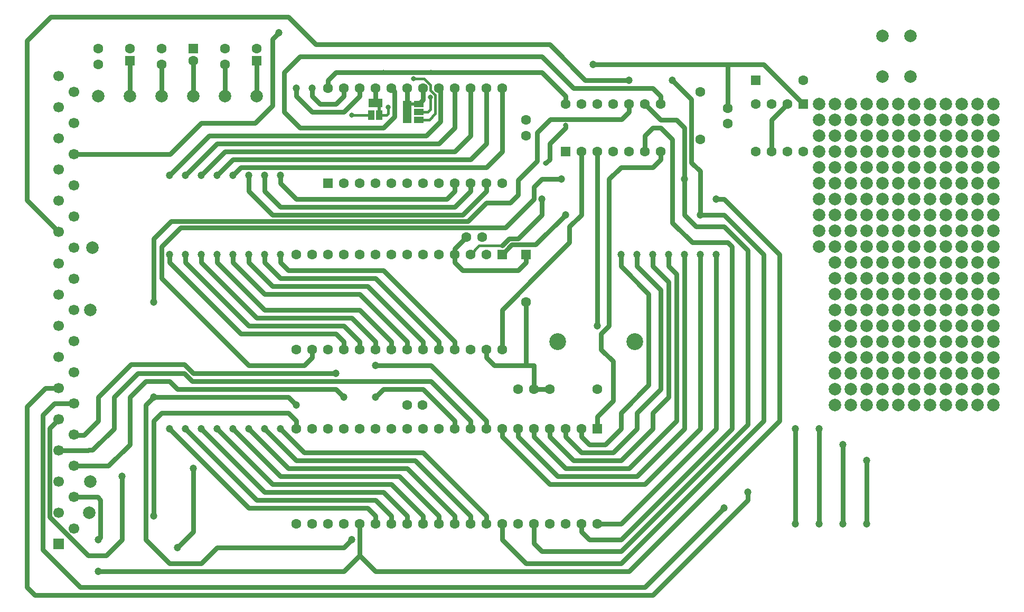
<source format=gbr>
%TF.GenerationSoftware,KiCad,Pcbnew,9.0.6*%
%TF.CreationDate,2026-02-07T23:24:05+01:00*%
%TF.ProjectId,EMUF_6504,454d5546-5f36-4353-9034-2e6b69636164,rev?*%
%TF.SameCoordinates,Original*%
%TF.FileFunction,Copper,L2,Bot*%
%TF.FilePolarity,Positive*%
%FSLAX46Y46*%
G04 Gerber Fmt 4.6, Leading zero omitted, Abs format (unit mm)*
G04 Created by KiCad (PCBNEW 9.0.6) date 2026-02-07 23:24:05*
%MOMM*%
%LPD*%
G01*
G04 APERTURE LIST*
G04 Aperture macros list*
%AMRoundRect*
0 Rectangle with rounded corners*
0 $1 Rounding radius*
0 $2 $3 $4 $5 $6 $7 $8 $9 X,Y pos of 4 corners*
0 Add a 4 corners polygon primitive as box body*
4,1,4,$2,$3,$4,$5,$6,$7,$8,$9,$2,$3,0*
0 Add four circle primitives for the rounded corners*
1,1,$1+$1,$2,$3*
1,1,$1+$1,$4,$5*
1,1,$1+$1,$6,$7*
1,1,$1+$1,$8,$9*
0 Add four rect primitives between the rounded corners*
20,1,$1+$1,$2,$3,$4,$5,0*
20,1,$1+$1,$4,$5,$6,$7,0*
20,1,$1+$1,$6,$7,$8,$9,0*
20,1,$1+$1,$8,$9,$2,$3,0*%
G04 Aperture macros list end*
%TA.AperFunction,ComponentPad*%
%ADD10R,1.700000X1.700000*%
%TD*%
%TA.AperFunction,ComponentPad*%
%ADD11C,1.700000*%
%TD*%
%TA.AperFunction,ComponentPad*%
%ADD12C,1.600000*%
%TD*%
%TA.AperFunction,ComponentPad*%
%ADD13RoundRect,0.250000X-0.550000X0.550000X-0.550000X-0.550000X0.550000X-0.550000X0.550000X0.550000X0*%
%TD*%
%TA.AperFunction,ComponentPad*%
%ADD14C,2.700000*%
%TD*%
%TA.AperFunction,ComponentPad*%
%ADD15RoundRect,0.250000X0.550000X-0.550000X0.550000X0.550000X-0.550000X0.550000X-0.550000X-0.550000X0*%
%TD*%
%TA.AperFunction,ComponentPad*%
%ADD16C,2.000000*%
%TD*%
%TA.AperFunction,ComponentPad*%
%ADD17RoundRect,0.250000X-0.550000X-0.550000X0.550000X-0.550000X0.550000X0.550000X-0.550000X0.550000X0*%
%TD*%
%TA.AperFunction,SMDPad,CuDef*%
%ADD18R,1.500000X1.000000*%
%TD*%
%TA.AperFunction,SMDPad,CuDef*%
%ADD19R,1.465000X3.570000*%
%TD*%
%TA.AperFunction,SMDPad,CuDef*%
%ADD20R,1.000000X1.500000*%
%TD*%
%TA.AperFunction,SMDPad,CuDef*%
%ADD21R,2.293000X1.465000*%
%TD*%
%TA.AperFunction,ViaPad*%
%ADD22C,2.000000*%
%TD*%
%TA.AperFunction,ViaPad*%
%ADD23C,1.200000*%
%TD*%
%TA.AperFunction,ViaPad*%
%ADD24C,0.800000*%
%TD*%
%TA.AperFunction,Conductor*%
%ADD25C,0.800000*%
%TD*%
%TA.AperFunction,Conductor*%
%ADD26C,0.400000*%
%TD*%
G04 APERTURE END LIST*
%TA.AperFunction,EtchedComponent*%
%TO.C,JP1*%
G36*
X102835000Y-55630000D02*
G01*
X102235000Y-55630000D01*
X102235000Y-56130000D01*
X102835000Y-56130000D01*
X102835000Y-55630000D01*
G37*
%TD.AperFunction*%
%TA.AperFunction,EtchedComponent*%
%TO.C,JP2*%
G36*
X97405000Y-56988000D02*
G01*
X96905000Y-56988000D01*
X96905000Y-56388000D01*
X97405000Y-56388000D01*
X97405000Y-56988000D01*
G37*
%TD.AperFunction*%
%TD*%
D10*
%TO.P,J1,1,Pin_1*%
%TO.N,GND*%
X45720000Y-126440000D03*
D11*
%TO.P,J1,2,Pin_2*%
X48220000Y-123940000D03*
%TO.P,J1,3,Pin_3*%
%TO.N,/Res3*%
X45720000Y-121440000D03*
%TO.P,J1,4,Pin_4*%
%TO.N,/~{IRQ}*%
X48220000Y-118940000D03*
%TO.P,J1,5,Pin_5*%
%TO.N,/Res5*%
X45720000Y-116440000D03*
%TO.P,J1,6,Pin_6*%
%TO.N,/PA0*%
X48220000Y-113940000D03*
%TO.P,J1,7,Pin_7*%
%TO.N,/PA1*%
X45720000Y-111440000D03*
%TO.P,J1,8,Pin_8*%
%TO.N,/PA2*%
X48220000Y-108940000D03*
%TO.P,J1,9,Pin_9*%
%TO.N,/PA7*%
X45720000Y-106440000D03*
%TO.P,J1,10,Pin_10*%
%TO.N,/PA6*%
X48220000Y-103940000D03*
%TO.P,J1,11,Pin_11*%
%TO.N,/PA5*%
X45720000Y-101440000D03*
%TO.P,J1,12,Pin_12*%
%TO.N,/PA4*%
X48220000Y-98940000D03*
%TO.P,J1,13,Pin_13*%
%TO.N,/PA3*%
X45720000Y-96440000D03*
%TO.P,J1,14,Pin_14*%
%TO.N,GND*%
X48220000Y-93940000D03*
%TO.P,J1,15,Pin_15*%
%TO.N,/PB0*%
X45720000Y-91440000D03*
%TO.P,J1,16,Pin_16*%
%TO.N,/Res16*%
X48220000Y-88940000D03*
%TO.P,J1,17,Pin_17*%
%TO.N,/PB1*%
X45720000Y-86440000D03*
%TO.P,J1,18,Pin_18*%
%TO.N,/PB2*%
X48220000Y-83940000D03*
%TO.P,J1,19,Pin_19*%
%TO.N,/PB3*%
X45720000Y-81440000D03*
%TO.P,J1,20,Pin_20*%
%TO.N,/Res20*%
X48220000Y-78940000D03*
%TO.P,J1,21,Pin_21*%
%TO.N,/~{RES}*%
X45720000Y-76440000D03*
%TO.P,J1,22,Pin_22*%
%TO.N,/PB7*%
X48220000Y-73940000D03*
%TO.P,J1,23,Pin_23*%
%TO.N,/PB6*%
X45720000Y-71440000D03*
%TO.P,J1,24,Pin_24*%
%TO.N,/PB5*%
X48220000Y-68940000D03*
%TO.P,J1,25,Pin_25*%
%TO.N,/PB4*%
X45720000Y-66440000D03*
%TO.P,J1,26,Pin_26*%
%TO.N,/~{RES_IN}*%
X48220000Y-63940000D03*
%TO.P,J1,27,Pin_27*%
%TO.N,+5V*%
X45720000Y-61440000D03*
%TO.P,J1,28,Pin_28*%
%TO.N,/-5V*%
X48220000Y-58940000D03*
%TO.P,J1,29,Pin_29*%
%TO.N,/+12V*%
X45720000Y-56440000D03*
%TO.P,J1,30,Pin_30*%
%TO.N,GND*%
X48220000Y-53940000D03*
%TO.P,J1,31,Pin_31*%
X45720000Y-51440000D03*
%TD*%
D12*
%TO.P,C2,1*%
%TO.N,/~{RES_IN}*%
X153035000Y-59055000D03*
%TO.P,C2,2*%
%TO.N,GND*%
X153035000Y-56555000D03*
%TD*%
%TO.P,C4,1*%
%TO.N,+5V*%
X72390000Y-49530000D03*
%TO.P,C4,2*%
%TO.N,GND*%
X72390000Y-47030000D03*
%TD*%
%TO.P,C6,1*%
%TO.N,/+12V*%
X52070000Y-49530000D03*
%TO.P,C6,2*%
%TO.N,GND*%
X52070000Y-47030000D03*
%TD*%
%TO.P,C8,1*%
%TO.N,GND*%
X62230000Y-47030000D03*
%TO.P,C8,2*%
%TO.N,/-5V*%
X62230000Y-49530000D03*
%TD*%
%TO.P,R1,1*%
%TO.N,Net-(R1-Pad1)*%
X132080000Y-101600000D03*
%TO.P,R1,2*%
%TO.N,Net-(D1-A)*%
X124460000Y-101600000D03*
%TD*%
%TO.P,R2,1*%
%TO.N,+5V*%
X148590000Y-53975000D03*
%TO.P,R2,2*%
%TO.N,/~{RES_IN}*%
X148590000Y-61595000D03*
%TD*%
D13*
%TO.P,U5,1,VSS*%
%TO.N,GND*%
X132080000Y-107950000D03*
D12*
%TO.P,U5,2,A5*%
%TO.N,/A5*%
X129540000Y-107950000D03*
%TO.P,U5,3,A4*%
%TO.N,/A4*%
X127000000Y-107950000D03*
%TO.P,U5,4,A3*%
%TO.N,/A3*%
X124460000Y-107950000D03*
%TO.P,U5,5,A2*%
%TO.N,/A2*%
X121920000Y-107950000D03*
%TO.P,U5,6,A1*%
%TO.N,/A1*%
X119380000Y-107950000D03*
%TO.P,U5,7,A0*%
%TO.N,/A0*%
X116840000Y-107950000D03*
%TO.P,U5,8,PA0*%
%TO.N,/PA0*%
X114300000Y-107950000D03*
%TO.P,U5,9,PA1*%
%TO.N,/PA1*%
X111760000Y-107950000D03*
%TO.P,U5,10,PA2*%
%TO.N,/PA2*%
X109220000Y-107950000D03*
%TO.P,U5,11,PA3*%
%TO.N,/PA3*%
X106680000Y-107950000D03*
%TO.P,U5,12,PA4*%
%TO.N,/PA4*%
X104140000Y-107950000D03*
%TO.P,U5,13,PA5*%
%TO.N,/PA5*%
X101600000Y-107950000D03*
%TO.P,U5,14,PA6*%
%TO.N,/PA6*%
X99060000Y-107950000D03*
%TO.P,U5,15,PA7*%
%TO.N,/PA7*%
X96520000Y-107950000D03*
%TO.P,U5,16,PB7*%
%TO.N,/PB7*%
X93980000Y-107950000D03*
%TO.P,U5,17,PB6*%
%TO.N,/PB6*%
X91440000Y-107950000D03*
%TO.P,U5,18,PB5*%
%TO.N,/PB5*%
X88900000Y-107950000D03*
%TO.P,U5,19,PB4*%
%TO.N,/PB4*%
X86360000Y-107950000D03*
%TO.P,U5,20,VDD*%
%TO.N,+5V*%
X83820000Y-107950000D03*
%TO.P,U5,21,PB3*%
%TO.N,/PB3*%
X83820000Y-123190000D03*
%TO.P,U5,22,PB2*%
%TO.N,/PB2*%
X86360000Y-123190000D03*
%TO.P,U5,23,PB1*%
%TO.N,/PB1*%
X88900000Y-123190000D03*
%TO.P,U5,24,PB0*%
%TO.N,/PB0*%
X91440000Y-123190000D03*
%TO.P,U5,25,~{IRQ}*%
%TO.N,/~{IRQ}*%
X93980000Y-123190000D03*
%TO.P,U5,26,D7*%
%TO.N,/D7*%
X96520000Y-123190000D03*
%TO.P,U5,27,D6*%
%TO.N,/D6*%
X99060000Y-123190000D03*
%TO.P,U5,28,D5*%
%TO.N,/D5*%
X101600000Y-123190000D03*
%TO.P,U5,29,D4*%
%TO.N,/D4*%
X104140000Y-123190000D03*
%TO.P,U5,30,D3*%
%TO.N,/D3*%
X106680000Y-123190000D03*
%TO.P,U5,31,D2*%
%TO.N,/D2*%
X109220000Y-123190000D03*
%TO.P,U5,32,D1*%
%TO.N,/D1*%
X111760000Y-123190000D03*
%TO.P,U5,33,D0*%
%TO.N,/D0*%
X114300000Y-123190000D03*
%TO.P,U5,34,~{RES}*%
%TO.N,/~{RES}*%
X116840000Y-123190000D03*
%TO.P,U5,35,R/~{W}*%
%TO.N,/R~{W}*%
X119380000Y-123190000D03*
%TO.P,U5,36,~{RS}*%
%TO.N,/A11*%
X121920000Y-123190000D03*
%TO.P,U5,37,~{CS2}*%
%TO.N,/A10*%
X124460000Y-123190000D03*
%TO.P,U5,38,CS1*%
%TO.N,+5V*%
X127000000Y-123190000D03*
%TO.P,U5,39,\u00D82_in*%
%TO.N,/\u00D82*%
X129540000Y-123190000D03*
%TO.P,U5,40,A6*%
%TO.N,/A6*%
X132080000Y-123190000D03*
%TD*%
D14*
%TO.P,Y1,1,1*%
%TO.N,Net-(D1-A)*%
X125730000Y-93980000D03*
%TO.P,Y1,2,2*%
%TO.N,Net-(R1-Pad1)*%
X138070000Y-93980000D03*
%TD*%
D13*
%TO.P,U1,1,~{RES}*%
%TO.N,/~{RES}*%
X116840000Y-80010000D03*
D12*
%TO.P,U1,2,VSS*%
%TO.N,GND*%
X114300000Y-80010000D03*
%TO.P,U1,3,~{IRQ}*%
%TO.N,/~{IRQ}*%
X111760000Y-80010000D03*
%TO.P,U1,4,VCC*%
%TO.N,+5V*%
X109220000Y-80010000D03*
%TO.P,U1,5,A0*%
%TO.N,/A0*%
X106680000Y-80010000D03*
%TO.P,U1,6,A1*%
%TO.N,/A1*%
X104140000Y-80010000D03*
%TO.P,U1,7,A2*%
%TO.N,/A2*%
X101600000Y-80010000D03*
%TO.P,U1,8,A3*%
%TO.N,/A3*%
X99060000Y-80010000D03*
%TO.P,U1,9,A4*%
%TO.N,/A4*%
X96520000Y-80010000D03*
%TO.P,U1,10,A5*%
%TO.N,/A5*%
X93980000Y-80010000D03*
%TO.P,U1,11,A6*%
%TO.N,/A6*%
X91440000Y-80010000D03*
%TO.P,U1,12,A7*%
%TO.N,/A7*%
X88900000Y-80010000D03*
%TO.P,U1,13,A8*%
%TO.N,/A8*%
X86360000Y-80010000D03*
%TO.P,U1,14,A9*%
%TO.N,/A9*%
X83820000Y-80010000D03*
%TO.P,U1,15,A10*%
%TO.N,/A10*%
X83820000Y-95250000D03*
%TO.P,U1,16,A11*%
%TO.N,/A11*%
X86360000Y-95250000D03*
%TO.P,U1,17,A12*%
%TO.N,unconnected-(U1-A12-Pad17)*%
X88900000Y-95250000D03*
%TO.P,U1,18,D7*%
%TO.N,/D7*%
X91440000Y-95250000D03*
%TO.P,U1,19,D6*%
%TO.N,/D6*%
X93980000Y-95250000D03*
%TO.P,U1,20,D5*%
%TO.N,/D5*%
X96520000Y-95250000D03*
%TO.P,U1,21,D4*%
%TO.N,/D4*%
X99060000Y-95250000D03*
%TO.P,U1,22,D3*%
%TO.N,/D3*%
X101600000Y-95250000D03*
%TO.P,U1,23,D2*%
%TO.N,/D2*%
X104140000Y-95250000D03*
%TO.P,U1,24,D1*%
%TO.N,/D1*%
X106680000Y-95250000D03*
%TO.P,U1,25,D0*%
%TO.N,/D0*%
X109220000Y-95250000D03*
%TO.P,U1,26,R/~{W}*%
%TO.N,/R~{W}*%
X111760000Y-95250000D03*
%TO.P,U1,27,\u00D80_in*%
%TO.N,Net-(D1-A)*%
X114300000Y-95250000D03*
%TO.P,U1,28,\u00D82_out*%
%TO.N,Net-(U1-\u00D82_out)*%
X116840000Y-95250000D03*
%TD*%
D13*
%TO.P,C7,1*%
%TO.N,GND*%
X67310000Y-46990000D03*
D12*
%TO.P,C7,2*%
%TO.N,/-5V*%
X67310000Y-48990000D03*
%TD*%
D13*
%TO.P,U3,1,GND*%
%TO.N,GND*%
X165100000Y-55880000D03*
D12*
%TO.P,U3,2,TR*%
%TO.N,/~{RES_IN}*%
X162560000Y-55880000D03*
%TO.P,U3,3,Q*%
%TO.N,Net-(U3-Q)*%
X160020000Y-55880000D03*
%TO.P,U3,4,R*%
%TO.N,+5V*%
X157480000Y-55880000D03*
%TO.P,U3,5,CV*%
%TO.N,unconnected-(U3-CV-Pad5)*%
X157480000Y-63500000D03*
%TO.P,U3,6,THR*%
%TO.N,/~{RES_IN}*%
X160020000Y-63500000D03*
%TO.P,U3,7,DIS*%
%TO.N,unconnected-(U3-DIS-Pad7)*%
X162560000Y-63500000D03*
%TO.P,U3,8,VCC*%
%TO.N,+5V*%
X165100000Y-63500000D03*
%TD*%
%TO.P,C11,1*%
%TO.N,+5V*%
X111125000Y-77216000D03*
%TO.P,C11,2*%
%TO.N,GND*%
X113625000Y-77216000D03*
%TD*%
D15*
%TO.P,U2,1*%
%TO.N,Net-(U1-\u00D82_out)*%
X127000000Y-63500000D03*
D12*
%TO.P,U2,2*%
X129540000Y-63500000D03*
%TO.P,U2,3*%
%TO.N,Net-(R1-Pad1)*%
X132080000Y-63500000D03*
%TO.P,U2,4*%
X134620000Y-63500000D03*
%TO.P,U2,5*%
X137160000Y-63500000D03*
%TO.P,U2,6*%
%TO.N,/\u00D82*%
X139700000Y-63500000D03*
%TO.P,U2,7,GND*%
%TO.N,GND*%
X142240000Y-63500000D03*
%TO.P,U2,8*%
%TO.N,Net-(U4-~{OE})*%
X142240000Y-55880000D03*
%TO.P,U2,9*%
%TO.N,/A11*%
X139700000Y-55880000D03*
%TO.P,U2,10*%
%TO.N,/A10*%
X137160000Y-55880000D03*
%TO.P,U2,11*%
%TO.N,/~{RES}*%
X134620000Y-55880000D03*
%TO.P,U2,12*%
%TO.N,Net-(U3-Q)*%
X132080000Y-55880000D03*
%TO.P,U2,13*%
X129540000Y-55880000D03*
%TO.P,U2,14,VCC*%
%TO.N,+5V*%
X127000000Y-55880000D03*
%TD*%
D15*
%TO.P,C5,1*%
%TO.N,/+12V*%
X57150000Y-48990000D03*
D12*
%TO.P,C5,2*%
%TO.N,GND*%
X57150000Y-46990000D03*
%TD*%
D13*
%TO.P,D1,1,K*%
%TO.N,+5V*%
X120650000Y-80010000D03*
D12*
%TO.P,D1,2,A*%
%TO.N,Net-(D1-A)*%
X120650000Y-87630000D03*
%TD*%
%TO.P,C9,1*%
%TO.N,+5V*%
X101600000Y-104140000D03*
%TO.P,C9,2*%
%TO.N,GND*%
X104100000Y-104140000D03*
%TD*%
%TO.P,C1,1*%
%TO.N,Net-(D1-A)*%
X121920000Y-101600000D03*
%TO.P,C1,2*%
%TO.N,Net-(U1-\u00D82_out)*%
X119420000Y-101600000D03*
%TD*%
D15*
%TO.P,U4,1,A7*%
%TO.N,/A7*%
X88900000Y-68580000D03*
D12*
%TO.P,U4,2,A6*%
%TO.N,/A6*%
X91440000Y-68580000D03*
%TO.P,U4,3,A5*%
%TO.N,/A5*%
X93980000Y-68580000D03*
%TO.P,U4,4,A4*%
%TO.N,/A4*%
X96520000Y-68580000D03*
%TO.P,U4,5,A3*%
%TO.N,/A3*%
X99060000Y-68580000D03*
%TO.P,U4,6,A2*%
%TO.N,/A2*%
X101600000Y-68580000D03*
%TO.P,U4,7,A1*%
%TO.N,/A1*%
X104140000Y-68580000D03*
%TO.P,U4,8,A0*%
%TO.N,/A0*%
X106680000Y-68580000D03*
%TO.P,U4,9,D0*%
%TO.N,/D0*%
X109220000Y-68580000D03*
%TO.P,U4,10,D1*%
%TO.N,/D1*%
X111760000Y-68580000D03*
%TO.P,U4,11,D2*%
%TO.N,/D2*%
X114300000Y-68580000D03*
%TO.P,U4,12,GND*%
%TO.N,GND*%
X116840000Y-68580000D03*
%TO.P,U4,13,D3*%
%TO.N,/D3*%
X116840000Y-53340000D03*
%TO.P,U4,14,D4*%
%TO.N,/D4*%
X114300000Y-53340000D03*
%TO.P,U4,15,D5*%
%TO.N,/D5*%
X111760000Y-53340000D03*
%TO.P,U4,16,D6*%
%TO.N,/D6*%
X109220000Y-53340000D03*
%TO.P,U4,17,D7*%
%TO.N,/D7*%
X106680000Y-53340000D03*
%TO.P,U4,18,~{CE}*%
%TO.N,GND*%
X104140000Y-53340000D03*
%TO.P,U4,19,A10*%
%TO.N,Net-(U4-A10)*%
X101600000Y-53340000D03*
%TO.P,U4,20,~{OE}*%
%TO.N,Net-(U4-~{OE})*%
X99060000Y-53340000D03*
%TO.P,U4,21,VPP*%
%TO.N,Net-(U4-VPP)*%
X96520000Y-53340000D03*
%TO.P,U4,22,A9*%
%TO.N,/A9*%
X93980000Y-53340000D03*
%TO.P,U4,23,A8*%
%TO.N,/A8*%
X91440000Y-53340000D03*
%TO.P,U4,24,Vcc*%
%TO.N,+5V*%
X88900000Y-53340000D03*
%TD*%
D16*
%TO.P,SW1,1,1*%
%TO.N,GND*%
X182300000Y-45010000D03*
X182300000Y-51510000D03*
%TO.P,SW1,2,2*%
%TO.N,/~{RES_IN}*%
X177800000Y-45010000D03*
X177800000Y-51510000D03*
%TD*%
D17*
%TO.P,D2,1,K*%
%TO.N,+5V*%
X157480000Y-52070000D03*
D12*
%TO.P,D2,2,A*%
%TO.N,/~{RES_IN}*%
X165100000Y-52070000D03*
%TD*%
%TO.P,C10,1*%
%TO.N,+5V*%
X120650000Y-58460000D03*
%TO.P,C10,2*%
%TO.N,GND*%
X120650000Y-60960000D03*
%TD*%
D15*
%TO.P,C3,1*%
%TO.N,+5V*%
X77470000Y-48990000D03*
D12*
%TO.P,C3,2*%
%TO.N,GND*%
X77470000Y-46990000D03*
%TD*%
D18*
%TO.P,JP1,1,1*%
%TO.N,GND*%
X103505000Y-55880000D03*
%TO.P,JP1,2,2*%
%TO.N,+5V*%
X103505000Y-57150000D03*
%TO.P,JP1,3,3*%
%TO.N,/+12V*%
X103505000Y-58420000D03*
D19*
%TO.P,JP1,4,4*%
%TO.N,Net-(U4-A10)*%
X101600000Y-57150000D03*
%TD*%
D20*
%TO.P,JP2,1,1*%
%TO.N,+5V*%
X97155000Y-57658000D03*
%TO.P,JP2,2,2*%
%TO.N,/-5V*%
X95885000Y-57658000D03*
D21*
%TO.P,JP2,3,3*%
%TO.N,Net-(U4-VPP)*%
X96523500Y-55753000D03*
%TD*%
D22*
%TO.N,*%
X170180000Y-101600000D03*
X193040000Y-99060000D03*
X193040000Y-83820000D03*
X185420000Y-76200000D03*
X170180000Y-55880000D03*
X185420000Y-83820000D03*
X185420000Y-86360000D03*
X170180000Y-104140000D03*
X175260000Y-76200000D03*
X195580000Y-60960000D03*
X187960000Y-91440000D03*
X180340000Y-99060000D03*
X175260000Y-73660000D03*
X187960000Y-101600000D03*
X172720000Y-93980000D03*
X182880000Y-96520000D03*
X180340000Y-76200000D03*
X195580000Y-66040000D03*
X180340000Y-60960000D03*
X170180000Y-83820000D03*
X180340000Y-78740000D03*
X185420000Y-101600000D03*
X177800000Y-73660000D03*
X177800000Y-86360000D03*
X195580000Y-71120000D03*
X172720000Y-58420000D03*
X182880000Y-66040000D03*
X190500000Y-66040000D03*
X190500000Y-93980000D03*
X180340000Y-88900000D03*
X177800000Y-93980000D03*
X182880000Y-78740000D03*
X175260000Y-86360000D03*
X170180000Y-66040000D03*
X177800000Y-104140000D03*
X187960000Y-96520000D03*
X185420000Y-88900000D03*
X172720000Y-104140000D03*
X195580000Y-55880000D03*
X172720000Y-71120000D03*
X190500000Y-101600000D03*
X185420000Y-63500000D03*
X187960000Y-76200000D03*
X175260000Y-104140000D03*
X172720000Y-66040000D03*
X187960000Y-81280000D03*
X190500000Y-58420000D03*
X177800000Y-81280000D03*
X190500000Y-63500000D03*
X175260000Y-66040000D03*
X172720000Y-60960000D03*
X172720000Y-86360000D03*
X195580000Y-91440000D03*
X175260000Y-68580000D03*
X187960000Y-66040000D03*
X182880000Y-104140000D03*
X190500000Y-76200000D03*
X185420000Y-68580000D03*
X172720000Y-73660000D03*
X187960000Y-60960000D03*
X187960000Y-78740000D03*
X180340000Y-83820000D03*
X182880000Y-99060000D03*
X170180000Y-68580000D03*
X180340000Y-104140000D03*
X190500000Y-60960000D03*
X182880000Y-88900000D03*
X195580000Y-63500000D03*
X175260000Y-99060000D03*
X170180000Y-86360000D03*
X180340000Y-63500000D03*
X190500000Y-73660000D03*
X170180000Y-71120000D03*
X185420000Y-66040000D03*
X180340000Y-96520000D03*
X175260000Y-58420000D03*
X180340000Y-91440000D03*
X185420000Y-96520000D03*
X172720000Y-83820000D03*
X180340000Y-58420000D03*
X190500000Y-91440000D03*
X195580000Y-73660000D03*
X185420000Y-104140000D03*
X187960000Y-71120000D03*
X193040000Y-73660000D03*
X182880000Y-71120000D03*
X177800000Y-78740000D03*
X182880000Y-86360000D03*
X170180000Y-63500000D03*
X177800000Y-101600000D03*
X182880000Y-63500000D03*
X187960000Y-58420000D03*
X193040000Y-81280000D03*
X175260000Y-93980000D03*
X182880000Y-101600000D03*
X180340000Y-81280000D03*
X185420000Y-81280000D03*
X180340000Y-55880000D03*
X195580000Y-88900000D03*
X185420000Y-71120000D03*
X177800000Y-58420000D03*
X177800000Y-91440000D03*
X175260000Y-55880000D03*
X195580000Y-81280000D03*
X180340000Y-66040000D03*
X175260000Y-81280000D03*
X180340000Y-86360000D03*
X170180000Y-76200000D03*
X175260000Y-60960000D03*
X185420000Y-60960000D03*
X175260000Y-63500000D03*
X172720000Y-96520000D03*
X195580000Y-104140000D03*
X185420000Y-55880000D03*
X195580000Y-93980000D03*
X170180000Y-58420000D03*
X193040000Y-68580000D03*
X172720000Y-88900000D03*
X187960000Y-73660000D03*
X170180000Y-88900000D03*
X182880000Y-91440000D03*
X185420000Y-99060000D03*
X190500000Y-104140000D03*
X187960000Y-83820000D03*
X193040000Y-71120000D03*
X185420000Y-58420000D03*
X193040000Y-58420000D03*
X190500000Y-96520000D03*
X193040000Y-86360000D03*
X170180000Y-96520000D03*
X190500000Y-55880000D03*
X170180000Y-93980000D03*
X195580000Y-101600000D03*
X172720000Y-76200000D03*
X187960000Y-104140000D03*
X193040000Y-76200000D03*
X190500000Y-68580000D03*
X193040000Y-104140000D03*
X177800000Y-68580000D03*
X185420000Y-91440000D03*
X193040000Y-66040000D03*
X175260000Y-96520000D03*
X195580000Y-99060000D03*
X193040000Y-78740000D03*
X172720000Y-68580000D03*
X177800000Y-71120000D03*
X172720000Y-99060000D03*
X187960000Y-86360000D03*
X180340000Y-68580000D03*
X177800000Y-83820000D03*
X190500000Y-81280000D03*
X190500000Y-83820000D03*
X180340000Y-71120000D03*
X177800000Y-99060000D03*
X177800000Y-66040000D03*
X187960000Y-93980000D03*
X170180000Y-91440000D03*
X190500000Y-71120000D03*
X195580000Y-78740000D03*
X195580000Y-96520000D03*
X177800000Y-76200000D03*
X182880000Y-81280000D03*
X187960000Y-63500000D03*
X187960000Y-55880000D03*
X180340000Y-101600000D03*
X172720000Y-101600000D03*
X193040000Y-88900000D03*
X172720000Y-55880000D03*
X182880000Y-55880000D03*
X187960000Y-68580000D03*
X190500000Y-88900000D03*
X177800000Y-96520000D03*
X195580000Y-76200000D03*
X195580000Y-58420000D03*
X177800000Y-88900000D03*
X175260000Y-78740000D03*
X187960000Y-88900000D03*
X185420000Y-78740000D03*
X195580000Y-83820000D03*
X177800000Y-60960000D03*
X172720000Y-81280000D03*
X190500000Y-86360000D03*
X170180000Y-99060000D03*
X172720000Y-91440000D03*
X182880000Y-76200000D03*
X193040000Y-55880000D03*
X182880000Y-58420000D03*
X193040000Y-96520000D03*
X177800000Y-55880000D03*
X185420000Y-93980000D03*
X195580000Y-86360000D03*
X193040000Y-60960000D03*
X195580000Y-68580000D03*
X182880000Y-60960000D03*
X182880000Y-93980000D03*
X180340000Y-73660000D03*
X170180000Y-73660000D03*
X190500000Y-99060000D03*
X170180000Y-78740000D03*
X182880000Y-68580000D03*
X172720000Y-78740000D03*
X172720000Y-63500000D03*
X193040000Y-91440000D03*
X170180000Y-60960000D03*
X175260000Y-91440000D03*
X193040000Y-63500000D03*
X185420000Y-73660000D03*
X182880000Y-83820000D03*
X177800000Y-63500000D03*
X175260000Y-83820000D03*
X170180000Y-81280000D03*
X182880000Y-73660000D03*
X180340000Y-93980000D03*
X193040000Y-101600000D03*
X187960000Y-99060000D03*
X193040000Y-93980000D03*
X190500000Y-78740000D03*
X175260000Y-101600000D03*
X175260000Y-88900000D03*
X175260000Y-71120000D03*
D23*
%TO.N,/~{RES_IN}*%
X81026000Y-44450000D03*
%TO.N,GND*%
X131445000Y-49530000D03*
D22*
X167640000Y-55880000D03*
X167640000Y-60960000D03*
X167640000Y-66040000D03*
X167640000Y-58420000D03*
X167640000Y-63500000D03*
%TO.N,+5V*%
X167640000Y-68580000D03*
X167640000Y-71120000D03*
X167640000Y-76200000D03*
D24*
X123825000Y-65405000D03*
X105410000Y-50800000D03*
D23*
X167640000Y-123190000D03*
X167640000Y-107950000D03*
D24*
X105300000Y-54800000D03*
X98552000Y-56388000D03*
D22*
X77470000Y-54610000D03*
D24*
X97790000Y-50800000D03*
X127000000Y-59324000D03*
D22*
X72390000Y-54610000D03*
X167640000Y-73660000D03*
D23*
X60960000Y-121920000D03*
D22*
X167640000Y-78740000D03*
D24*
%TO.N,/+12V*%
X102616000Y-51816000D03*
D22*
X52070000Y-54610000D03*
X57150000Y-54610000D03*
%TO.N,/-5V*%
X62230000Y-54610000D03*
X67310000Y-54610000D03*
D24*
X92710000Y-57658000D03*
D23*
%TO.N,/PA0*%
X91440000Y-102870000D03*
X96520000Y-97790000D03*
%TO.N,/PA2*%
X90170000Y-99060000D03*
X96520000Y-102870000D03*
%TO.N,/PA7*%
X67310000Y-114300000D03*
X64770000Y-127000000D03*
X55880000Y-115570000D03*
%TO.N,/PA6*%
X152400000Y-120650000D03*
%TO.N,/PA5*%
X156210000Y-118110000D03*
%TO.N,/PA4*%
X175260000Y-123190000D03*
X175260000Y-113030000D03*
%TO.N,/PA3*%
X171450000Y-123190000D03*
X171450000Y-110490000D03*
%TO.N,Net-(R1-Pad1)*%
X132080000Y-91440000D03*
%TO.N,/~{RES}*%
X144145000Y-52070000D03*
X148590000Y-73660000D03*
X137160000Y-52070000D03*
X127000000Y-73660000D03*
%TO.N,/A10*%
X60960000Y-102870000D03*
X83820000Y-104140000D03*
X60960000Y-87630000D03*
X92710000Y-125730000D03*
%TO.N,/A11*%
X126365000Y-67945000D03*
X146050000Y-67945000D03*
%TO.N,/~{IRQ}*%
X52070000Y-125730000D03*
X151130000Y-71120000D03*
X52070000Y-130810000D03*
X123190000Y-71120000D03*
%TO.N,/D7*%
X63500000Y-107950000D03*
X63500000Y-80010000D03*
X63500000Y-67310000D03*
%TO.N,/A0*%
X148590000Y-80010000D03*
%TO.N,/D6*%
X66040000Y-107950000D03*
X66040000Y-67310000D03*
X66040000Y-80010000D03*
%TO.N,/A1*%
X146050000Y-80010000D03*
%TO.N,/D5*%
X68580000Y-80010000D03*
X68580000Y-67310000D03*
X68580000Y-107950000D03*
%TO.N,/A2*%
X143510000Y-80010000D03*
%TO.N,/D4*%
X71120000Y-67310000D03*
X71120000Y-80010000D03*
X71120000Y-107950000D03*
%TO.N,/A3*%
X140970000Y-80010000D03*
%TO.N,/D3*%
X73660000Y-80010000D03*
X73660000Y-107950000D03*
X73660000Y-67310000D03*
%TO.N,/A4*%
X138430000Y-80010000D03*
%TO.N,/D2*%
X76200000Y-67310000D03*
X76200000Y-107950000D03*
X76200000Y-80010000D03*
%TO.N,/A5*%
X135890000Y-80010000D03*
%TO.N,/D1*%
X78740000Y-67310000D03*
X78740000Y-80010000D03*
X78740000Y-107950000D03*
%TO.N,/A6*%
X151130000Y-80010000D03*
%TO.N,/D0*%
X81280000Y-80010000D03*
X81280000Y-67310000D03*
X81280000Y-107950000D03*
%TO.N,/R~{W}*%
X163830000Y-107950000D03*
X163830000Y-123190000D03*
%TO.N,/A8*%
X86360000Y-53340000D03*
%TO.N,/A9*%
X83820000Y-53340000D03*
D22*
%TO.N,/Res20*%
X51130200Y-78943200D03*
%TO.N,/Res5*%
X50800000Y-116459000D03*
%TO.N,/Res3*%
X50673000Y-121412000D03*
%TO.N,/Res16*%
X50800000Y-88900000D03*
%TD*%
D25*
%TO.N,/PA7*%
X55880000Y-125730000D02*
X55880000Y-115570000D01*
X50452000Y-128270000D02*
X53340000Y-128270000D01*
X44269000Y-122087000D02*
X50452000Y-128270000D01*
X53340000Y-128270000D02*
X55880000Y-125730000D01*
X44269000Y-107891000D02*
X44269000Y-122087000D01*
X45720000Y-106440000D02*
X44269000Y-107891000D01*
%TO.N,/~{IRQ}*%
X51960200Y-118940000D02*
X52400200Y-119380000D01*
X48220000Y-118940000D02*
X51960200Y-118940000D01*
X52400200Y-120980200D02*
X52400200Y-119380000D01*
X52401000Y-120981000D02*
X52400200Y-120980200D01*
%TO.N,/PA0*%
X53700000Y-113940000D02*
X48220000Y-113940000D01*
X63500000Y-100330000D02*
X59690000Y-100330000D01*
X59690000Y-100330000D02*
X57150000Y-102870000D01*
X64770000Y-101600000D02*
X63500000Y-100330000D01*
X90170000Y-101600000D02*
X64770000Y-101600000D01*
X57150000Y-110490000D02*
X53700000Y-113940000D01*
X91440000Y-102870000D02*
X90170000Y-101600000D01*
X57150000Y-102870000D02*
X57150000Y-110490000D01*
%TO.N,/PA1*%
X50485000Y-111440000D02*
X45720000Y-111440000D01*
X51181000Y-111379000D02*
X50546000Y-111379000D01*
X54610000Y-107950000D02*
X51181000Y-111379000D01*
X50546000Y-111379000D02*
X50485000Y-111440000D01*
%TO.N,/PA2*%
X52070000Y-102870000D02*
X52070000Y-106680000D01*
X57331000Y-97609000D02*
X52070000Y-102870000D01*
X67310000Y-99060000D02*
X65859000Y-97609000D01*
X52070000Y-106680000D02*
X49784000Y-108966000D01*
X49784000Y-108966000D02*
X48246000Y-108966000D01*
X48246000Y-108966000D02*
X48220000Y-108940000D01*
X90170000Y-99060000D02*
X67310000Y-99060000D01*
X65859000Y-97609000D02*
X57331000Y-97609000D01*
%TO.N,/PA6*%
X49168000Y-133350000D02*
X43180000Y-127362000D01*
X43180000Y-127362000D02*
X43180000Y-105791000D01*
X43180000Y-105791000D02*
X45085000Y-103886000D01*
X45139000Y-103940000D02*
X48220000Y-103940000D01*
X139700000Y-133350000D02*
X49168000Y-133350000D01*
X152400000Y-120650000D02*
X139700000Y-133350000D01*
X45085000Y-103886000D02*
X45139000Y-103940000D01*
%TO.N,/PA5*%
X40640000Y-104394000D02*
X43594000Y-101440000D01*
X43594000Y-101440000D02*
X45720000Y-101440000D01*
X41910000Y-134620000D02*
X40640000Y-133350000D01*
X140970000Y-134620000D02*
X41910000Y-134620000D01*
X156210000Y-119380000D02*
X140970000Y-134620000D01*
X40640000Y-133350000D02*
X40640000Y-104394000D01*
X156210000Y-118110000D02*
X156210000Y-119380000D01*
%TO.N,/~{RES}*%
X40640000Y-45720000D02*
X40640000Y-71360000D01*
X40640000Y-71360000D02*
X45720000Y-76440000D01*
X82550000Y-41910000D02*
X44450000Y-41910000D01*
X44450000Y-41910000D02*
X40640000Y-45720000D01*
X86995000Y-46355000D02*
X82550000Y-41910000D01*
X124460000Y-46355000D02*
X86995000Y-46355000D01*
X130175000Y-52070000D02*
X124460000Y-46355000D01*
X137160000Y-52070000D02*
X130175000Y-52070000D01*
%TO.N,/~{RES_IN}*%
X63568000Y-63940000D02*
X48220000Y-63940000D01*
X68580000Y-58928000D02*
X63568000Y-63940000D01*
X77216000Y-58928000D02*
X68580000Y-58928000D01*
X80010000Y-56134000D02*
X77216000Y-58928000D01*
X81026000Y-44450000D02*
X80010000Y-45466000D01*
X80010000Y-45466000D02*
X80010000Y-56134000D01*
%TO.N,Net-(D1-A)*%
X114300000Y-95250000D02*
X114300000Y-96520000D01*
X114300000Y-96520000D02*
X115570000Y-97790000D01*
X121920000Y-101600000D02*
X124460000Y-101600000D01*
X121920000Y-97790000D02*
X121920000Y-101600000D01*
X120650000Y-87630000D02*
X120650000Y-97790000D01*
X115570000Y-97790000D02*
X120650000Y-97790000D01*
X120650000Y-97790000D02*
X121920000Y-97790000D01*
%TO.N,Net-(U1-\u00D82_out)*%
X123825000Y-81915000D02*
X116840000Y-88900000D01*
X129540000Y-73660000D02*
X127635000Y-75565000D01*
X127635000Y-76200000D02*
X127635000Y-78105000D01*
X129540000Y-63500000D02*
X129540000Y-73660000D01*
X127635000Y-78105000D02*
X123825000Y-81915000D01*
X116840000Y-88900000D02*
X116840000Y-95250000D01*
X127635000Y-75565000D02*
X127635000Y-76200000D01*
%TO.N,/~{RES_IN}*%
X160020000Y-58420000D02*
X160020000Y-63500000D01*
X162560000Y-55880000D02*
X160020000Y-58420000D01*
%TO.N,GND*%
X131445000Y-49530000D02*
X152908000Y-49530000D01*
X152908000Y-49530000D02*
X158750000Y-49530000D01*
X133985000Y-67945000D02*
X135890000Y-66040000D01*
X153035000Y-49657000D02*
X152908000Y-49530000D01*
X104140000Y-53340000D02*
X104140000Y-55245000D01*
X158750000Y-49530000D02*
X165100000Y-55880000D01*
X140970000Y-66040000D02*
X142240000Y-64770000D01*
X132080000Y-106045000D02*
X134620000Y-103505000D01*
X142240000Y-64770000D02*
X142240000Y-63500000D01*
X132080000Y-107950000D02*
X132080000Y-106045000D01*
X133985000Y-91440000D02*
X133985000Y-67945000D01*
X134620000Y-97155000D02*
X132715000Y-95250000D01*
X132715000Y-95250000D02*
X132715000Y-92710000D01*
X135890000Y-66040000D02*
X140970000Y-66040000D01*
X153035000Y-56555000D02*
X153035000Y-49657000D01*
X104140000Y-55245000D02*
X103505000Y-55880000D01*
X132715000Y-92710000D02*
X133985000Y-91440000D01*
X134620000Y-103505000D02*
X134620000Y-97155000D01*
%TO.N,+5V*%
X62230000Y-105410000D02*
X60960000Y-106680000D01*
D26*
X98552000Y-57404000D02*
X98552000Y-56388000D01*
D25*
X124460000Y-62230000D02*
X124460000Y-64770000D01*
X88900000Y-53340000D02*
X88900000Y-52070000D01*
X83820000Y-106680000D02*
X82550000Y-105410000D01*
D26*
X104902000Y-57150000D02*
X105300000Y-56752000D01*
D25*
X109220000Y-80010000D02*
X109220000Y-79121000D01*
X90170000Y-50800000D02*
X123190000Y-50800000D01*
X77470000Y-54610000D02*
X77470000Y-48990000D01*
X120650000Y-81280000D02*
X120650000Y-80010000D01*
X167640000Y-123190000D02*
X167640000Y-107950000D01*
X60960000Y-121920000D02*
X60960000Y-107950000D01*
X124460000Y-64770000D02*
X123825000Y-65405000D01*
X83820000Y-107950000D02*
X83820000Y-106680000D01*
X109220000Y-81280000D02*
X110490000Y-82550000D01*
D26*
X97155000Y-57658000D02*
X98298000Y-57658000D01*
D25*
X72390000Y-49530000D02*
X72390000Y-54610000D01*
X110490000Y-82550000D02*
X119380000Y-82550000D01*
X123190000Y-50800000D02*
X127000000Y-54610000D01*
X82550000Y-105410000D02*
X62230000Y-105410000D01*
X109220000Y-79121000D02*
X111125000Y-77216000D01*
X60960000Y-106680000D02*
X60960000Y-107950000D01*
D26*
X105300000Y-56752000D02*
X105300000Y-54800000D01*
D25*
X119380000Y-82550000D02*
X120650000Y-81280000D01*
X109220000Y-80010000D02*
X109220000Y-81280000D01*
X127000000Y-54610000D02*
X127000000Y-55880000D01*
X127000000Y-59690000D02*
X124460000Y-62230000D01*
D26*
X98298000Y-57658000D02*
X98552000Y-57404000D01*
X104902000Y-57150000D02*
X103505000Y-57150000D01*
D25*
X88900000Y-52070000D02*
X90170000Y-50800000D01*
X127000000Y-59324000D02*
X127000000Y-59690000D01*
D26*
%TO.N,/+12V*%
X104314471Y-51816000D02*
X105341000Y-52842529D01*
D25*
X57150000Y-54610000D02*
X57150000Y-48990000D01*
D26*
X102616000Y-51816000D02*
X104314471Y-51816000D01*
X105341000Y-53708214D02*
X106133000Y-54500214D01*
X105341000Y-52842529D02*
X105341000Y-53708214D01*
X106133000Y-57443000D02*
X105156000Y-58420000D01*
X106133000Y-54500214D02*
X106133000Y-57443000D01*
X105156000Y-58420000D02*
X103505000Y-58420000D01*
D25*
%TO.N,/-5V*%
X62230000Y-54610000D02*
X62230000Y-49530000D01*
X67310000Y-54610000D02*
X67310000Y-48990000D01*
D26*
X95885000Y-57658000D02*
X92710000Y-57658000D01*
D25*
%TO.N,/PA0*%
X105410000Y-97790000D02*
X114300000Y-106680000D01*
X114300000Y-106680000D02*
X114300000Y-107950000D01*
X96520000Y-97790000D02*
X105410000Y-97790000D01*
%TO.N,/PA1*%
X105410000Y-100330000D02*
X67164372Y-100330000D01*
X58420000Y-99060000D02*
X54610000Y-102870000D01*
X54610000Y-102870000D02*
X54610000Y-107950000D01*
X67164372Y-100330000D02*
X65894372Y-99060000D01*
X65894372Y-99060000D02*
X58420000Y-99060000D01*
X111760000Y-106680000D02*
X105410000Y-100330000D01*
X111760000Y-107950000D02*
X111760000Y-106680000D01*
%TO.N,/PA2*%
X97790000Y-101600000D02*
X96520000Y-102870000D01*
X104140000Y-101600000D02*
X97790000Y-101600000D01*
X109220000Y-106680000D02*
X104140000Y-101600000D01*
X109220000Y-107950000D02*
X109220000Y-106680000D01*
%TO.N,/PA7*%
X67310000Y-114300000D02*
X67310000Y-124460000D01*
X67310000Y-124460000D02*
X64770000Y-127000000D01*
%TO.N,/PA4*%
X175260000Y-113030000D02*
X175260000Y-123190000D01*
%TO.N,/PA3*%
X171450000Y-123190000D02*
X171450000Y-110490000D01*
%TO.N,Net-(R1-Pad1)*%
X132080000Y-63500000D02*
X132080000Y-91440000D01*
%TO.N,/~{RES}*%
X135890000Y-129540000D02*
X120650000Y-129540000D01*
X147189000Y-55114000D02*
X144145000Y-52070000D01*
X158750000Y-80010000D02*
X158750000Y-106680000D01*
X118379000Y-78471000D02*
X122189000Y-78471000D01*
X148590000Y-66675000D02*
X147189000Y-65274000D01*
X148590000Y-73660000D02*
X152400000Y-73660000D01*
X116840000Y-80010000D02*
X118379000Y-78471000D01*
X147189000Y-65274000D02*
X147189000Y-55114000D01*
X116840000Y-125730000D02*
X116840000Y-123190000D01*
X120650000Y-129540000D02*
X116840000Y-125730000D01*
X152400000Y-73660000D02*
X158750000Y-80010000D01*
X122189000Y-78471000D02*
X127000000Y-73660000D01*
X148590000Y-73660000D02*
X148590000Y-66675000D01*
X158750000Y-106680000D02*
X135890000Y-129540000D01*
%TO.N,/A10*%
X60960000Y-87630000D02*
X60960000Y-77470000D01*
X59690000Y-104140000D02*
X59690000Y-125730000D01*
X135987000Y-58323000D02*
X137160000Y-57150000D01*
X83820000Y-104140000D02*
X82550000Y-102870000D01*
X59690000Y-125730000D02*
X63500000Y-129540000D01*
X137160000Y-57150000D02*
X137160000Y-55880000D01*
X60960000Y-77470000D02*
X63754000Y-74676000D01*
X124557000Y-58323000D02*
X135987000Y-58323000D01*
X111379000Y-74676000D02*
X114300000Y-71755000D01*
X63754000Y-74676000D02*
X111379000Y-74676000D01*
X92710000Y-125730000D02*
X91440000Y-127000000D01*
X82550000Y-102870000D02*
X60960000Y-102870000D01*
X119380000Y-70485000D02*
X119380000Y-68072000D01*
X119380000Y-68072000D02*
X122428000Y-65024000D01*
X68580000Y-129540000D02*
X63500000Y-129540000D01*
X60960000Y-102870000D02*
X59690000Y-104140000D01*
X122428000Y-60452000D02*
X124557000Y-58323000D01*
X114300000Y-71755000D02*
X118110000Y-71755000D01*
X91440000Y-127000000D02*
X71120000Y-127000000D01*
X71120000Y-127000000D02*
X68580000Y-129540000D01*
X122428000Y-65024000D02*
X122428000Y-60452000D01*
X118110000Y-71755000D02*
X119380000Y-70485000D01*
%TO.N,/A11*%
X123190000Y-67945000D02*
X121920000Y-69215000D01*
X135255000Y-127635000D02*
X135890000Y-127635000D01*
X121920000Y-123190000D02*
X121920000Y-126365000D01*
X126365000Y-67945000D02*
X123190000Y-67945000D01*
X62230000Y-83820000D02*
X76200000Y-97790000D01*
X121920000Y-126365000D02*
X123190000Y-127635000D01*
X146050000Y-73660000D02*
X146050000Y-67945000D01*
X135890000Y-127635000D02*
X156210000Y-107315000D01*
X147955000Y-75565000D02*
X146050000Y-73660000D01*
X62230000Y-78740000D02*
X62230000Y-83820000D01*
X156210000Y-79375000D02*
X152400000Y-75565000D01*
X144780000Y-58420000D02*
X146050000Y-59690000D01*
X142240000Y-58420000D02*
X144780000Y-58420000D01*
X121920000Y-69215000D02*
X121920000Y-71120000D01*
X152400000Y-75565000D02*
X147955000Y-75565000D01*
X123190000Y-127635000D02*
X135255000Y-127635000D01*
X121920000Y-71120000D02*
X117348000Y-75692000D01*
X86360000Y-96520000D02*
X86360000Y-95250000D01*
X85090000Y-97790000D02*
X86360000Y-96520000D01*
X65278000Y-75692000D02*
X62230000Y-78740000D01*
X146050000Y-59690000D02*
X146050000Y-67945000D01*
X156210000Y-107315000D02*
X156210000Y-79375000D01*
X139700000Y-55880000D02*
X142240000Y-58420000D01*
X76200000Y-97790000D02*
X85090000Y-97790000D01*
X117348000Y-75692000D02*
X65278000Y-75692000D01*
%TO.N,/~{IRQ}*%
X137160000Y-130810000D02*
X96520000Y-130810000D01*
X93980000Y-128270000D02*
X93980000Y-123190000D01*
X161290000Y-106680000D02*
X137160000Y-130810000D01*
X151130000Y-71120000D02*
X152400000Y-71120000D01*
X119380000Y-77470000D02*
X123190000Y-73660000D01*
X93980000Y-128270000D02*
X91440000Y-130810000D01*
X119380000Y-77470000D02*
X117964372Y-77470000D01*
D26*
X113161000Y-78609000D02*
X116825372Y-78609000D01*
D25*
X91440000Y-130810000D02*
X52070000Y-130810000D01*
X152400000Y-71120000D02*
X161290000Y-80010000D01*
X52401000Y-125399000D02*
X52070000Y-125730000D01*
X52401000Y-120981000D02*
X52401000Y-125399000D01*
X96520000Y-130810000D02*
X93980000Y-128270000D01*
X123190000Y-73660000D02*
X123190000Y-71120000D01*
X161290000Y-80010000D02*
X161290000Y-106680000D01*
D26*
X111760000Y-80010000D02*
X113161000Y-78609000D01*
D25*
X117964372Y-77470000D02*
X116825372Y-78609000D01*
%TO.N,/D7*%
X106934000Y-58674000D02*
X106934000Y-53594000D01*
X63500000Y-80010000D02*
X63500000Y-81280000D01*
X69850000Y-60960000D02*
X104648000Y-60960000D01*
X106934000Y-53594000D02*
X106680000Y-53340000D01*
X104648000Y-60960000D02*
X106934000Y-58674000D01*
X63500000Y-67310000D02*
X69850000Y-60960000D01*
X74930000Y-92710000D02*
X90170000Y-92710000D01*
X95250000Y-120650000D02*
X76200000Y-120650000D01*
X91440000Y-93980000D02*
X91440000Y-95250000D01*
X96520000Y-123190000D02*
X96520000Y-121920000D01*
X96520000Y-121920000D02*
X95250000Y-120650000D01*
X76200000Y-120650000D02*
X63500000Y-107950000D01*
X90170000Y-92710000D02*
X91440000Y-93980000D01*
X63500000Y-81280000D02*
X74930000Y-92710000D01*
%TO.N,/A0*%
X139700000Y-116840000D02*
X124460000Y-116840000D01*
X148590000Y-107950000D02*
X139700000Y-116840000D01*
X116840000Y-109220000D02*
X116840000Y-107950000D01*
X124460000Y-116840000D02*
X116840000Y-109220000D01*
X148590000Y-80010000D02*
X148590000Y-107950000D01*
%TO.N,/D6*%
X109220000Y-59690000D02*
X106680000Y-62230000D01*
X99060000Y-123190000D02*
X99060000Y-121920000D01*
X91440000Y-91440000D02*
X93980000Y-93980000D01*
X106680000Y-62230000D02*
X71120000Y-62230000D01*
X109220000Y-53340000D02*
X109220000Y-59690000D01*
X96520000Y-119380000D02*
X77470000Y-119380000D01*
X93980000Y-93980000D02*
X93980000Y-95250000D01*
X76200000Y-91440000D02*
X91440000Y-91440000D01*
X71120000Y-62230000D02*
X66040000Y-67310000D01*
X66040000Y-80010000D02*
X66040000Y-81280000D01*
X99060000Y-121920000D02*
X96520000Y-119380000D01*
X66040000Y-81280000D02*
X76200000Y-91440000D01*
X77470000Y-119380000D02*
X66040000Y-107950000D01*
%TO.N,/A1*%
X119380000Y-107950000D02*
X119380000Y-109220000D01*
X146050000Y-107950000D02*
X146050000Y-80010000D01*
X138430000Y-115570000D02*
X146050000Y-107950000D01*
X119380000Y-109220000D02*
X125730000Y-115570000D01*
X125730000Y-115570000D02*
X138430000Y-115570000D01*
%TO.N,/D5*%
X68580000Y-80010000D02*
X68580000Y-81280000D01*
X92710000Y-90170000D02*
X96520000Y-93980000D01*
X97790000Y-118110000D02*
X78740000Y-118110000D01*
X101600000Y-123190000D02*
X101600000Y-121920000D01*
X96520000Y-93980000D02*
X96520000Y-95250000D01*
X72390000Y-63500000D02*
X68580000Y-67310000D01*
X101600000Y-121920000D02*
X97790000Y-118110000D01*
X68580000Y-81280000D02*
X77470000Y-90170000D01*
X78740000Y-118110000D02*
X68580000Y-107950000D01*
X111760000Y-53340000D02*
X111760000Y-60960000D01*
X111760000Y-60960000D02*
X109220000Y-63500000D01*
X77470000Y-90170000D02*
X92710000Y-90170000D01*
X109220000Y-63500000D02*
X72390000Y-63500000D01*
%TO.N,/A2*%
X144780000Y-106680000D02*
X137160000Y-114300000D01*
X121920000Y-109220000D02*
X121920000Y-107950000D01*
X144780000Y-83185000D02*
X144780000Y-106680000D01*
X127000000Y-114300000D02*
X121920000Y-109220000D01*
X137160000Y-114300000D02*
X127000000Y-114300000D01*
X143510000Y-81915000D02*
X144780000Y-83185000D01*
X143510000Y-80010000D02*
X143510000Y-81915000D01*
%TO.N,/D4*%
X80010000Y-116840000D02*
X71120000Y-107950000D01*
X104140000Y-121920000D02*
X99060000Y-116840000D01*
X73660000Y-64770000D02*
X71120000Y-67310000D01*
X104140000Y-123190000D02*
X104140000Y-121920000D01*
X78740000Y-88900000D02*
X93980000Y-88900000D01*
X99060000Y-116840000D02*
X80010000Y-116840000D01*
X114300000Y-53340000D02*
X114300000Y-62230000D01*
X114300000Y-62230000D02*
X111760000Y-64770000D01*
X111760000Y-64770000D02*
X73660000Y-64770000D01*
X71120000Y-80010000D02*
X71120000Y-81280000D01*
X93980000Y-88900000D02*
X99060000Y-93980000D01*
X99060000Y-93980000D02*
X99060000Y-95250000D01*
X71120000Y-81280000D02*
X78740000Y-88900000D01*
%TO.N,/A3*%
X140970000Y-80010000D02*
X140970000Y-81915000D01*
X124460000Y-109220000D02*
X124460000Y-107950000D01*
X143510000Y-84455000D02*
X143510000Y-102870000D01*
X140970000Y-107950000D02*
X135890000Y-113030000D01*
X128270000Y-113030000D02*
X124460000Y-109220000D01*
X140970000Y-81915000D02*
X143510000Y-84455000D01*
X143510000Y-102870000D02*
X140970000Y-105410000D01*
X140970000Y-105410000D02*
X140970000Y-107950000D01*
X135890000Y-113030000D02*
X128270000Y-113030000D01*
%TO.N,/D3*%
X93980000Y-86360000D02*
X101600000Y-93980000D01*
X73660000Y-81280000D02*
X78740000Y-86360000D01*
X100330000Y-115570000D02*
X81280000Y-115570000D01*
X106680000Y-121920000D02*
X100330000Y-115570000D01*
X114300000Y-66040000D02*
X74930000Y-66040000D01*
X78740000Y-86360000D02*
X93980000Y-86360000D01*
X74930000Y-66040000D02*
X73660000Y-67310000D01*
X116840000Y-63500000D02*
X114300000Y-66040000D01*
X73660000Y-80010000D02*
X73660000Y-81280000D01*
X116840000Y-53340000D02*
X116840000Y-63500000D01*
X101600000Y-93980000D02*
X101600000Y-95250000D01*
X106680000Y-123190000D02*
X106680000Y-121920000D01*
X81280000Y-115570000D02*
X73660000Y-107950000D01*
%TO.N,/A4*%
X129540000Y-111760000D02*
X134620000Y-111760000D01*
X127000000Y-109220000D02*
X129540000Y-111760000D01*
X138430000Y-81915000D02*
X142240000Y-85725000D01*
X138430000Y-105410000D02*
X138430000Y-107950000D01*
X138430000Y-80010000D02*
X138430000Y-81915000D01*
X142240000Y-85725000D02*
X142240000Y-101600000D01*
X127000000Y-107950000D02*
X127000000Y-109220000D01*
X134620000Y-111760000D02*
X138430000Y-107950000D01*
X142240000Y-101600000D02*
X138430000Y-105410000D01*
%TO.N,/D2*%
X76200000Y-80010000D02*
X76200000Y-81280000D01*
X104140000Y-93980000D02*
X104140000Y-95250000D01*
X80010000Y-85090000D02*
X95250000Y-85090000D01*
X114300000Y-69850000D02*
X110490000Y-73660000D01*
X109220000Y-123190000D02*
X109220000Y-121920000D01*
X109220000Y-73660000D02*
X80010000Y-73660000D01*
X95250000Y-85090000D02*
X104140000Y-93980000D01*
X101600000Y-114300000D02*
X82550000Y-114300000D01*
X80010000Y-73660000D02*
X76200000Y-69850000D01*
X76200000Y-69850000D02*
X76200000Y-67310000D01*
X110490000Y-73660000D02*
X109220000Y-73660000D01*
X82550000Y-114300000D02*
X76200000Y-107950000D01*
X109220000Y-121920000D02*
X101600000Y-114300000D01*
X76200000Y-81280000D02*
X80010000Y-85090000D01*
X114300000Y-68580000D02*
X114300000Y-69850000D01*
%TO.N,/A5*%
X135890000Y-107950000D02*
X133350000Y-110490000D01*
X135890000Y-81915000D02*
X140335000Y-86360000D01*
X140335000Y-86360000D02*
X140335000Y-100965000D01*
X130810000Y-110490000D02*
X129540000Y-109220000D01*
X129540000Y-109220000D02*
X129540000Y-107950000D01*
X140335000Y-100965000D02*
X135890000Y-105410000D01*
X133350000Y-110490000D02*
X130810000Y-110490000D01*
X135890000Y-105410000D02*
X135890000Y-107950000D01*
X135890000Y-80010000D02*
X135890000Y-81915000D01*
%TO.N,/D1*%
X78740000Y-69850000D02*
X78740000Y-67310000D01*
X81280000Y-83820000D02*
X96520000Y-83820000D01*
X102870000Y-113030000D02*
X83820000Y-113030000D01*
X111760000Y-68580000D02*
X111760000Y-69850000D01*
X96520000Y-83820000D02*
X106680000Y-93980000D01*
X111760000Y-121920000D02*
X102870000Y-113030000D01*
X83820000Y-72390000D02*
X81280000Y-72390000D01*
X109220000Y-72390000D02*
X107950000Y-72390000D01*
X83820000Y-113030000D02*
X78740000Y-107950000D01*
X78740000Y-80010000D02*
X78740000Y-81280000D01*
X106680000Y-93980000D02*
X106680000Y-95250000D01*
X111760000Y-69850000D02*
X109220000Y-72390000D01*
X111760000Y-123190000D02*
X111760000Y-121920000D01*
X81280000Y-72390000D02*
X78740000Y-69850000D01*
X107950000Y-72390000D02*
X83820000Y-72390000D01*
X78740000Y-81280000D02*
X81280000Y-83820000D01*
%TO.N,/A6*%
X151130000Y-107950000D02*
X151130000Y-80010000D01*
X132080000Y-123190000D02*
X135890000Y-123190000D01*
X135890000Y-123190000D02*
X151130000Y-107950000D01*
%TO.N,/D0*%
X81280000Y-80010000D02*
X81280000Y-81280000D01*
X114300000Y-121920000D02*
X104140000Y-111760000D01*
X104140000Y-111760000D02*
X85090000Y-111760000D01*
X109220000Y-69850000D02*
X107950000Y-71120000D01*
X109220000Y-68580000D02*
X109220000Y-69850000D01*
X81280000Y-81280000D02*
X82550000Y-82550000D01*
X107950000Y-71120000D02*
X83820000Y-71120000D01*
X114300000Y-123190000D02*
X114300000Y-121920000D01*
X97790000Y-82550000D02*
X109220000Y-93980000D01*
X109220000Y-93980000D02*
X109220000Y-95250000D01*
X83820000Y-71120000D02*
X81280000Y-68580000D01*
X82550000Y-82550000D02*
X97790000Y-82550000D01*
X81280000Y-68580000D02*
X81280000Y-67310000D01*
X85090000Y-111760000D02*
X81280000Y-107950000D01*
%TO.N,/R~{W}*%
X163830000Y-107950000D02*
X163830000Y-123190000D01*
%TO.N,/A8*%
X91440000Y-53340000D02*
X91440000Y-54610000D01*
X86360000Y-54610000D02*
X86360000Y-53340000D01*
X87630000Y-55880000D02*
X86360000Y-54610000D01*
X91440000Y-54610000D02*
X90170000Y-55880000D01*
X90170000Y-55880000D02*
X87630000Y-55880000D01*
%TO.N,/A9*%
X93980000Y-53340000D02*
X93980000Y-54610000D01*
X83820000Y-54610000D02*
X83820000Y-53340000D01*
X93980000Y-54610000D02*
X91440000Y-57150000D01*
X91440000Y-57150000D02*
X86360000Y-57150000D01*
X86360000Y-57150000D02*
X83820000Y-54610000D01*
%TO.N,/\u00D82*%
X129540000Y-124460000D02*
X130810000Y-125730000D01*
X130810000Y-125730000D02*
X135890000Y-125730000D01*
X144145000Y-61595000D02*
X144145000Y-74930000D01*
X153035000Y-78105000D02*
X153670000Y-78740000D01*
X142240000Y-59690000D02*
X144145000Y-61595000D01*
X129540000Y-123190000D02*
X129540000Y-124460000D01*
X153670000Y-107950000D02*
X153670000Y-78740000D01*
X144145000Y-74930000D02*
X147320000Y-78105000D01*
X147320000Y-78105000D02*
X153035000Y-78105000D01*
X139700000Y-60960000D02*
X140970000Y-59690000D01*
X139700000Y-63500000D02*
X139700000Y-60960000D01*
X140970000Y-59690000D02*
X142240000Y-59690000D01*
X135890000Y-125730000D02*
X153670000Y-107950000D01*
%TO.N,Net-(U4-VPP)*%
X96520000Y-55749500D02*
X96523500Y-55753000D01*
X96520000Y-53340000D02*
X96520000Y-55749500D01*
%TO.N,Net-(U4-A10)*%
X101600000Y-53340000D02*
X101600000Y-57150000D01*
%TO.N,Net-(U4-~{OE})*%
X97790000Y-59690000D02*
X99568000Y-57912000D01*
X81915000Y-57150000D02*
X84455000Y-59690000D01*
X142240000Y-55880000D02*
X142240000Y-54610000D01*
X81915000Y-50800000D02*
X81915000Y-57150000D01*
X140970000Y-53340000D02*
X128270000Y-53340000D01*
X99568000Y-53848000D02*
X99060000Y-53340000D01*
X84455000Y-48260000D02*
X81915000Y-50800000D01*
X128270000Y-53340000D02*
X123190000Y-48260000D01*
X84455000Y-59690000D02*
X97790000Y-59690000D01*
X99568000Y-57912000D02*
X99568000Y-53848000D01*
X142240000Y-54610000D02*
X140970000Y-53340000D01*
X123190000Y-48260000D02*
X84455000Y-48260000D01*
%TD*%
M02*

</source>
